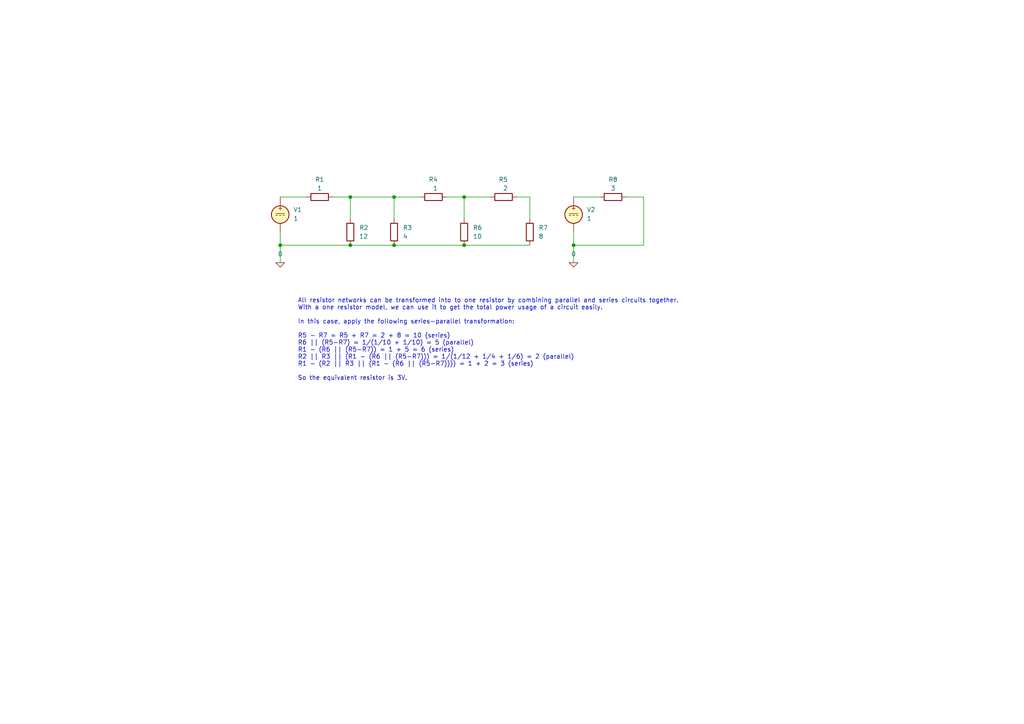
<source format=kicad_sch>
(kicad_sch (version 20230121) (generator eeschema)
  (paper "A4")
  (lib_symbols
    (symbol "Device:R" (pin_numbers hide) (pin_names (offset 0))
      (property "Reference" "R" (at 2.032 0 90))
      (property "Value" "R" (at 0 0 90))
      (symbol "R_0_1"
        (rectangle (start -1.016 -2.54) (end 1.016 2.54) (stroke (width 0.254)))
      )
      (symbol "R_1_1"
        (pin passive line (at 0 3.81 270) (length 1.27) (name "~") (number "1"))
        (pin passive line (at 0 -3.81 90) (length 1.27) (name "~") (number "2"))
      )
    )
    (symbol "Simulation_SPICE:0" (power) (pin_names (offset 0))
      (property "Value" "0" (at 0 -1.778 0))
      (symbol "0_0_1"
        (polyline (pts (xy -1.27 0) (xy 0 -1.27) (xy 1.27 0) (xy -1.27 0)))
      )
      (symbol "0_1_1"
        (pin power_in line (at 0 0 0) (length 0) hide (name "0") (number "1"))
      )
    )
    (symbol "Simulation_SPICE:VDC" (pin_numbers hide) (pin_names (offset 0.0254))
      (property "Reference" "V" (at 2.54 2.54 0))
      (property "Value" "1" (at 2.54 0 0))
      (symbol "VDC_0_0"
        (polyline (pts (xy -1.27 0.254) (xy 1.27 0.254)))
        (polyline (pts (xy -0.762 -0.254) (xy -1.27 -0.254)))
        (polyline (pts (xy 0.254 -0.254) (xy -0.254 -0.254)))
        (polyline (pts (xy 1.27 -0.254) (xy 0.762 -0.254)))
        (text "+" (at 0 1.905 0) (effects (font (size 1.27 1.27))))
      )
      (symbol "VDC_0_1"
        (circle (center 0 0) (radius 2.54) (stroke (width 0.254)) (fill (type background)))
      )
      (symbol "VDC_1_1"
        (pin passive line (at 0 5.08 270) (length 2.54) (name "~") (number "1"))
        (pin passive line (at 0 -5.08 90) (length 2.54) (name "~") (number "2"))
      )
    )
  )
  (junction (at 81.28 71.12))
  (junction (at 134.62 57.15))
  (junction (at 134.62 71.12))
  (junction (at 101.6 57.15))
  (junction (at 114.3 71.12))
  (junction (at 101.6 71.12))
  (junction (at 166.37 71.12))
  (junction (at 114.3 57.15))
  (wire (pts (xy 186.69 57.15) (xy 186.69 71.12)))
  (wire (pts (xy 101.6 71.12) (xy 81.28 71.12)))
  (wire (pts (xy 129.54 57.15) (xy 134.62 57.15)))
  (wire (pts (xy 101.6 71.12) (xy 114.3 71.12)))
  (wire (pts (xy 166.37 57.15) (xy 173.99 57.15)))
  (wire (pts (xy 81.28 57.15) (xy 88.9 57.15)))
  (wire (pts (xy 101.6 63.5) (xy 101.6 57.15)))
  (wire (pts (xy 134.62 63.5) (xy 134.62 57.15)))
  (wire (pts (xy 134.62 71.12) (xy 153.67 71.12)))
  (wire (pts (xy 114.3 57.15) (xy 121.92 57.15)))
  (wire (pts (xy 166.37 71.12) (xy 166.37 76.2)))
  (wire (pts (xy 134.62 57.15) (xy 142.24 57.15)))
  (wire (pts (xy 166.37 71.12) (xy 166.37 67.31)))
  (wire (pts (xy 81.28 71.12) (xy 81.28 76.2)))
  (wire (pts (xy 149.86 57.15) (xy 153.67 57.15)))
  (wire (pts (xy 181.61 57.15) (xy 186.69 57.15)))
  (wire (pts (xy 186.69 71.12) (xy 166.37 71.12)))
  (wire (pts (xy 101.6 57.15) (xy 114.3 57.15)))
  (wire (pts (xy 81.28 71.12) (xy 81.28 67.31)))
  (wire (pts (xy 96.52 57.15) (xy 101.6 57.15)))
  (wire (pts (xy 153.67 57.15) (xy 153.67 63.5)))
  (wire (pts (xy 114.3 71.12) (xy 134.62 71.12)))
  (wire (pts (xy 114.3 63.5) (xy 114.3 57.15)))
  (text "All resistor networks can be transformed into to one resistor by combining parallel and series circuits together.\nWith a one resistor model, we can use it to get the total power usage of a circuit easily.\n\nIn this case, apply the following series-parallel transformation:\n\nR5 - R7 = R5 + R7 = 2 + 8 = 10 (series)\nR6 || (R5-R7) = 1/(1/10 + 1/10) = 5 (parallel)\nR1 - (R6 || (R5-R7)) = 1 + 5 = 6 (series)\nR2 || R3 || (R1 - (R6 || (R5-R7))) = 1/(1/12 + 1/4 + 1/6) = 2 (parallel)\nR1 - (R2 || R3 || (R1 - (R6 || (R5-R7)))) = 1 + 2 = 3 (series)\n\nSo the equivalent resistor is 3V.\n" (at 86.36 110.49 0) (effects (font (size 1.27 1.27)) (justify left bottom)))
  (symbol (lib_id "Device:R") (at 146.05 57.15 90) (unit 1)
    (property "Reference" "R5" (at 147.32 52.07 90) (effects (justify left)))
    (property "Value" "2" (at 147.32 54.61 90) (effects (justify left)))
  )
  (symbol (lib_id "Device:R") (at 134.62 67.31 0) (unit 1)
    (property "Reference" "R6" (at 137.16 66.04 0) (effects (justify left)))
    (property "Value" "10" (at 137.16 68.58 0) (effects (justify left)))
  )
  (symbol (lib_id "Simulation_SPICE:0") (at 166.37 76.2 0) (unit 1)
    (property "Reference" "#GND02" (effects hide))
    (property "Value" "0" (at 166.37 73.66 0))
  )
  (symbol (lib_id "Simulation_SPICE:VDC") (at 81.28 62.23 0) (unit 1)
    (property "Reference" "V1" (at 85.09 60.8302 0) (effects (justify left)))
    (property "Value" "1" (at 85.09 63.3702 0) (effects (justify left)))
    (property "Sim.Pins" "1=+ 2=-" (effects hide))
    (property "Sim.Type" "DC" (effects hide))
    (property "Sim.Device" "V" (effects hide))
  )
  (symbol (lib_id "Device:R") (at 92.71 57.15 90) (unit 1)
    (property "Reference" "R1" (at 92.71 52.07 90))
    (property "Value" "1" (at 92.71 54.61 90))
  )
  (symbol (lib_id "Device:R") (at 101.6 67.31 0) (unit 1)
    (property "Reference" "R2" (at 104.14 66.04 0) (effects (justify left)))
    (property "Value" "12" (at 104.14 68.58 0) (effects (justify left)))
  )
  (symbol (lib_id "Simulation_SPICE:VDC") (at 166.37 62.23 0) (unit 1)
    (property "Reference" "V2" (at 170.18 60.8302 0) (effects (justify left)))
    (property "Value" "1" (at 170.18 63.3702 0) (effects (justify left)))
    (property "Sim.Pins" "1=+ 2=-" (effects hide))
    (property "Sim.Type" "DC" (effects hide))
    (property "Sim.Device" "V" (effects hide))
  )
  (symbol (lib_id "Device:R") (at 177.8 57.15 90) (unit 1)
    (property "Reference" "R8" (at 177.8 52.07 90))
    (property "Value" "3" (at 177.8 54.61 90))
  )
  (symbol (lib_id "Device:R") (at 114.3 67.31 0) (unit 1)
    (property "Reference" "R3" (at 116.84 66.04 0) (effects (justify left)))
    (property "Value" "4" (at 116.84 68.58 0) (effects (justify left)))
  )
  (symbol (lib_id "Device:R") (at 125.73 57.15 90) (unit 1)
    (property "Reference" "R4" (at 127 52.07 90) (effects (justify left)))
    (property "Value" "1" (at 127 54.61 90) (effects (justify left)))
  )
  (symbol (lib_id "Simulation_SPICE:0") (at 81.28 76.2 0) (unit 1)
    (property "Reference" "#GND01" (effects hide))
    (property "Value" "0" (at 81.28 73.66 0))
  )
  (symbol (lib_id "Device:R") (at 153.67 67.31 0) (unit 1)
    (property "Reference" "R7" (at 156.21 66.04 0) (effects (justify left)))
    (property "Value" "8" (at 156.21 68.58 0) (effects (justify left)))
  )
)
</source>
